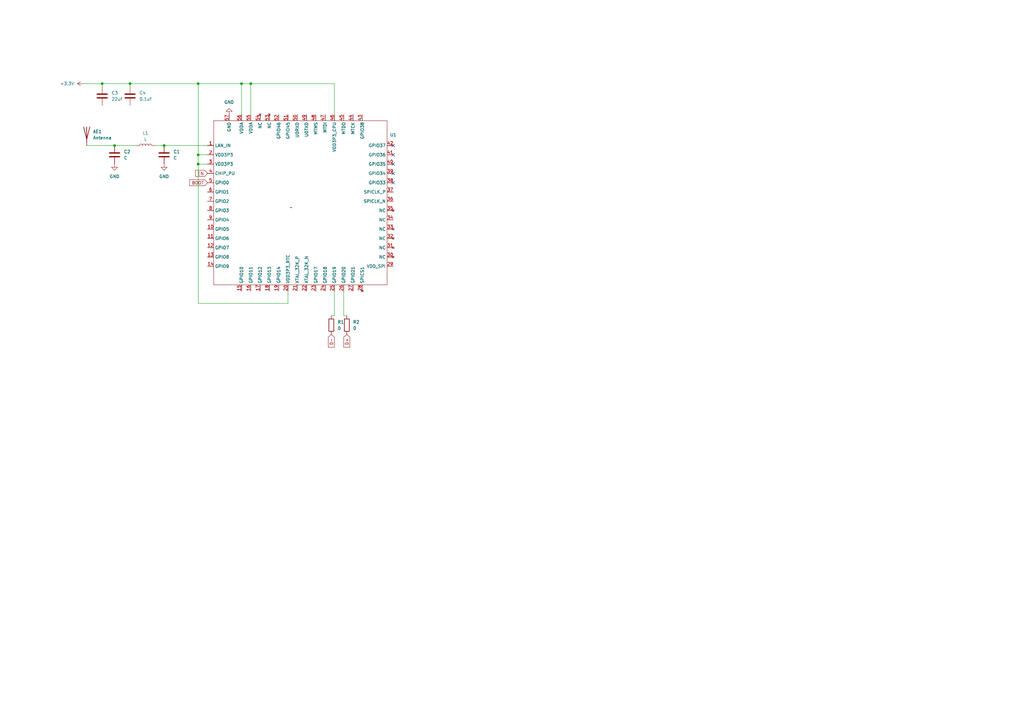
<source format=kicad_sch>
(kicad_sch (version 20230121) (generator eeschema)
  (paper "A3")
  (lib_symbols
    (symbol "BLab:ESP32-S3-PICO-1"
      (property "Reference" "U" (at 0 0 0))
      (symbol "ESP32-S3-PICO-1_0_1"
        (rectangle (start -31.75 35.56) (end 39.37 -31.75))
      )
      (symbol "ESP32-S3-PICO-1_1_1"
        (pin passive line (at -34.29 25.4 0) (length 2.54) (name "LAN_IN") (number "1"))
        (pin passive line (at -34.29 -8.89 0) (length 2.54) (name "GPIO5") (number "10"))
        (pin passive line (at -34.29 -12.7 0) (length 2.54) (name "GPIO6") (number "11"))
        (pin passive line (at -34.29 -16.51 0) (length 2.54) (name "GPIO7") (number "12"))
        (pin passive line (at -34.29 -20.32 0) (length 2.54) (name "GPIO8") (number "13"))
        (pin passive line (at -34.29 -24.13 0) (length 2.54) (name "GPIO9") (number "14"))
        (pin passive line (at -20.32 -34.29 90) (length 2.54) (name "GPIO10") (number "15"))
        (pin passive line (at -16.51 -34.29 90) (length 2.54) (name "GPIO11") (number "16"))
        (pin passive line (at -12.7 -34.29 90) (length 2.54) (name "GPIO12") (number "17"))
        (pin passive line (at -8.89 -34.29 90) (length 2.54) (name "GPIO13") (number "18"))
        (pin passive line (at -5.08 -34.29 90) (length 2.54) (name "GPIO14") (number "19"))
        (pin passive line (at -34.29 21.59 0) (length 2.54) (name "VDD3P3") (number "2"))
        (pin passive line (at -1.27 -34.29 90) (length 2.54) (name "VDD3P3_RTC") (number "20"))
        (pin passive line (at 2.54 -34.29 90) (length 2.54) (name "XTAL_32K_P") (number "21"))
        (pin passive line (at 6.35 -34.29 90) (length 2.54) (name "XTAL_32K_N") (number "22"))
        (pin passive line (at 10.16 -34.29 90) (length 2.54) (name "GPIO17") (number "23"))
        (pin passive line (at 13.97 -34.29 90) (length 2.54) (name "GPIO18") (number "24"))
        (pin passive line (at 17.78 -34.29 90) (length 2.54) (name "GPIO19") (number "25"))
        (pin passive line (at 21.59 -34.29 90) (length 2.54) (name "GPIO20") (number "26"))
        (pin passive line (at 25.4 -34.29 90) (length 2.54) (name "GPIO21") (number "27"))
        (pin no_connect line (at 29.21 -34.29 90) (length 2.54) (name "SPICS1") (number "28"))
        (pin passive line (at 41.91 -24.13 180) (length 2.54) (name "VDD_SPI") (number "29"))
        (pin passive line (at -34.29 17.78 0) (length 2.54) (name "VDD3P3") (number "3"))
        (pin no_connect line (at 41.91 -20.32 180) (length 2.54) (name "NC") (number "30"))
        (pin no_connect line (at 41.91 -16.51 180) (length 2.54) (name "NC") (number "31"))
        (pin no_connect line (at 41.91 -12.7 180) (length 2.54) (name "NC") (number "32"))
        (pin no_connect line (at 41.91 -8.89 180) (length 2.54) (name "NC") (number "33"))
        (pin passive line (at 41.91 -5.08 180) (length 2.54) (name "NC") (number "34"))
        (pin no_connect line (at 41.91 -1.27 180) (length 2.54) (name "NC") (number "35"))
        (pin passive line (at 41.91 2.54 180) (length 2.54) (name "SPICLK_N") (number "36"))
        (pin passive line (at 41.91 6.35 180) (length 2.54) (name "SPICLK_P") (number "37"))
        (pin passive line (at 41.91 10.16 180) (length 2.54) (name "GPIO33") (number "38"))
        (pin passive line (at 41.91 13.97 180) (length 2.54) (name "GPIO34") (number "39"))
        (pin passive line (at -34.29 13.97 0) (length 2.54) (name "CHIP_PU") (number "4"))
        (pin passive line (at 41.91 17.78 180) (length 2.54) (name "GPIO35") (number "40"))
        (pin passive line (at 41.91 21.59 180) (length 2.54) (name "GPIO36") (number "41"))
        (pin passive line (at 41.91 25.4 180) (length 2.54) (name "GPIO37") (number "42"))
        (pin passive line (at 29.21 38.1 270) (length 2.54) (name "GPIO38") (number "43"))
        (pin passive line (at 25.4 38.1 270) (length 2.54) (name "MTCK") (number "44"))
        (pin passive line (at 21.59 38.1 270) (length 2.54) (name "MTDO") (number "45"))
        (pin passive line (at 17.78 38.1 270) (length 2.54) (name "VDD3P3_CPU") (number "46"))
        (pin passive line (at 13.97 38.1 270) (length 2.54) (name "MTDI") (number "47"))
        (pin passive line (at 10.16 38.1 270) (length 2.54) (name "MTMS") (number "48"))
        (pin passive line (at 6.35 38.1 270) (length 2.54) (name "U0TXD") (number "49"))
        (pin passive line (at -34.29 10.16 0) (length 2.54) (name "GPIO0") (number "5"))
        (pin passive line (at 2.54 38.1 270) (length 2.54) (name "U0RXD") (number "50"))
        (pin passive line (at -1.27 38.1 270) (length 2.54) (name "GPIO45") (number "51"))
        (pin passive line (at -5.08 38.1 270) (length 2.54) (name "GPIO46") (number "52"))
        (pin no_connect line (at -8.89 38.1 270) (length 2.54) (name "NC") (number "53"))
        (pin no_connect line (at -12.7 38.1 270) (length 2.54) (name "NC") (number "54"))
        (pin passive line (at -16.51 38.1 270) (length 2.54) (name "VDDA") (number "55"))
        (pin passive line (at -20.32 38.1 270) (length 2.54) (name "VDDA") (number "56"))
        (pin passive line (at -25.4 38.1 270) (length 2.54) (name "GND") (number "57"))
        (pin passive line (at -34.29 6.35 0) (length 2.54) (name "GPIO1") (number "6"))
        (pin passive line (at -34.29 2.54 0) (length 2.54) (name "GPIO2") (number "7"))
        (pin passive line (at -34.29 -1.27 0) (length 2.54) (name "GPIO3") (number "8"))
        (pin passive line (at -34.29 -5.08 0) (length 2.54) (name "GPIO4") (number "9"))
      )
    )
    (symbol "Device:Antenna" (pin_numbers hide) (pin_names (offset 1.016) hide)
      (property "Reference" "AE" (at -1.905 1.905 0))
      (property "Value" "Antenna" (at -1.905 0 0))
      (symbol "Antenna_0_1"
        (polyline (pts (xy 0 2.54) (xy 0 -3.81)) (stroke (width 0.254)))
        (polyline (pts (xy 1.27 2.54) (xy 0 -2.54) (xy -1.27 2.54)) (stroke (width 0.254)))
      )
      (symbol "Antenna_1_1"
        (pin input line (at 0 -5.08 90) (length 2.54) (name "A") (number "1"))
      )
    )
    (symbol "Device:C" (pin_numbers hide) (pin_names (offset 0.254))
      (property "Reference" "C" (at 0.635 2.54 0))
      (property "Value" "C" (at 0.635 -2.54 0))
      (symbol "C_0_1"
        (polyline (pts (xy -2.032 -0.762) (xy 2.032 -0.762)) (stroke (width 0.508)))
        (polyline (pts (xy -2.032 0.762) (xy 2.032 0.762)) (stroke (width 0.508)))
      )
      (symbol "C_1_1"
        (pin passive line (at 0 3.81 270) (length 2.794) (name "~") (number "1"))
        (pin passive line (at 0 -3.81 90) (length 2.794) (name "~") (number "2"))
      )
    )
    (symbol "Device:L" (pin_numbers hide) (pin_names (offset 1.016) hide)
      (property "Reference" "L" (at -1.27 0 90))
      (property "Value" "L" (at 1.905 0 90))
      (symbol "L_0_1"
        (arc (start 0 -2.54) (mid 0.6323 -1.905) (end 0 -1.27))
        (arc (start 0 -1.27) (mid 0.6323 -0.635) (end 0 0))
        (arc (start 0 0) (mid 0.6323 0.635) (end 0 1.27))
        (arc (start 0 1.27) (mid 0.6323 1.905) (end 0 2.54))
      )
      (symbol "L_1_1"
        (pin passive line (at 0 3.81 270) (length 1.27) (name "1") (number "1"))
        (pin passive line (at 0 -3.81 90) (length 1.27) (name "2") (number "2"))
      )
    )
    (symbol "Device:R" (pin_numbers hide) (pin_names (offset 0))
      (property "Reference" "R" (at 2.032 0 90))
      (property "Value" "R" (at 0 0 90))
      (symbol "R_0_1"
        (rectangle (start -1.016 -2.54) (end 1.016 2.54) (stroke (width 0.254)))
      )
      (symbol "R_1_1"
        (pin passive line (at 0 3.81 270) (length 1.27) (name "~") (number "1"))
        (pin passive line (at 0 -3.81 90) (length 1.27) (name "~") (number "2"))
      )
    )
    (symbol "power:+3.3V" (power) (pin_names (offset 0))
      (property "Value" "+3.3V" (at 0 3.556 0))
      (symbol "+3.3V_0_1"
        (polyline (pts (xy -0.762 1.27) (xy 0 2.54)))
        (polyline (pts (xy 0 0) (xy 0 2.54)))
        (polyline (pts (xy 0 2.54) (xy 0.762 1.27)))
      )
      (symbol "+3.3V_1_1"
        (pin power_in line (at 0 0 90) (length 0) hide (name "+3.3V") (number "1"))
      )
    )
    (symbol "power:GND" (power) (pin_names (offset 0))
      (property "Value" "GND" (at 0 -3.81 0))
      (symbol "GND_0_1"
        (polyline (pts (xy 0 0) (xy 0 -1.27) (xy 1.27 -1.27) (xy 0 -2.54) (xy -1.27 -1.27) (xy 0 -1.27)))
      )
      (symbol "GND_1_1"
        (pin power_in line (at 0 0 270) (length 0) hide (name "GND") (number "1"))
      )
    )
  )
  (junction (at 81.28 34.29))
  (junction (at 41.91 34.29))
  (junction (at 46.99 59.69))
  (junction (at 67.31 59.69))
  (junction (at 53.34 34.29))
  (junction (at 81.28 67.31))
  (junction (at 102.87 34.29))
  (junction (at 99.06 34.29))
  (junction (at 81.28 63.5))
  (no_connect (at 161.29 59.69))
  (no_connect (at 161.29 71.12))
  (no_connect (at 161.29 67.31))
  (no_connect (at 161.29 74.93))
  (no_connect (at 161.29 63.5))
  (wire (pts (xy 85.09 67.31) (xy 81.28 67.31)))
  (wire (pts (xy 99.06 34.29) (xy 99.06 46.99)))
  (wire (pts (xy 46.99 59.69) (xy 55.88 59.69)))
  (wire (pts (xy 81.28 34.29) (xy 99.06 34.29)))
  (wire (pts (xy 102.87 34.29) (xy 99.06 34.29)))
  (wire (pts (xy 63.5 59.69) (xy 67.31 59.69)))
  (wire (pts (xy 102.87 46.99) (xy 102.87 34.29)))
  (wire (pts (xy 53.34 34.29) (xy 81.28 34.29)))
  (wire (pts (xy 137.16 34.29) (xy 102.87 34.29)))
  (wire (pts (xy 67.31 59.69) (xy 85.09 59.69)))
  (wire (pts (xy 41.91 34.29) (xy 53.34 34.29)))
  (wire (pts (xy 81.28 124.46) (xy 118.11 124.46)))
  (wire (pts (xy 41.91 34.29) (xy 41.91 35.56)))
  (wire (pts (xy 35.56 59.69) (xy 46.99 59.69)))
  (wire (pts (xy 81.28 63.5) (xy 85.09 63.5)))
  (wire (pts (xy 118.11 124.46) (xy 118.11 119.38)))
  (wire (pts (xy 81.28 34.29) (xy 81.28 63.5)))
  (wire (pts (xy 53.34 34.29) (xy 53.34 35.56)))
  (wire (pts (xy 140.97 119.38) (xy 140.97 129.54)))
  (wire (pts (xy 81.28 67.31) (xy 81.28 63.5)))
  (wire (pts (xy 137.16 129.54) (xy 135.89 129.54)))
  (wire (pts (xy 137.16 46.99) (xy 137.16 34.29)))
  (wire (pts (xy 81.28 67.31) (xy 81.28 124.46)))
  (wire (pts (xy 34.29 34.29) (xy 41.91 34.29)))
  (wire (pts (xy 140.97 129.54) (xy 142.24 129.54)))
  (wire (pts (xy 137.16 119.38) (xy 137.16 129.54)))
  (global_label "D+" (shape input) (at 142.24 137.16 270) (property "Intersheetrefs" "${INTERSHEET_REFS}" (effects hide)))
  (global_label "D-" (shape input) (at 135.89 137.16 270) (property "Intersheetrefs" "${INTERSHEET_REFS}" (effects hide)))
  (global_label "BOOT" (shape input) (at 85.09 74.93 180) (property "Intersheetrefs" "${INTERSHEET_REFS}" (effects hide)))
  (global_label "EN" (shape input) (at 85.09 71.12 180) (property "Intersheetrefs" "${INTERSHEET_REFS}" (effects hide)))
  (symbol (lib_id "Device:L") (at 59.69 59.69 90) (unit 1)
    (property "Reference" "L1" (at 59.69 54.61 90))
    (property "Value" "L" (at 59.69 57.15 90))
  )
  (symbol (lib_id "Device:C") (at 53.34 39.37 0) (unit 1)
    (property "Reference" "C4" (at 57.15 38.1 0) (effects (justify left)))
    (property "Value" "0.1uf" (at 57.15 40.64 0) (effects (justify left)))
  )
  (symbol (lib_id "Device:Antenna") (at 35.56 54.61 0) (unit 1)
    (property "Reference" "AE1" (at 38.1 53.975 0) (effects (justify left)))
    (property "Value" "Antenna" (at 38.1 56.515 0) (effects (justify left)))
  )
  (symbol (lib_id "Device:C") (at 41.91 39.37 0) (unit 1)
    (property "Reference" "C3" (at 45.72 38.1 0) (effects (justify left)))
    (property "Value" "22uf" (at 45.72 40.64 0) (effects (justify left)))
  )
  (symbol (lib_id "power:+3.3V") (at 34.29 34.29 90) (unit 1)
    (property "Reference" "#PWR04" (effects hide))
    (property "Value" "+3.3V" (at 30.48 34.29 90) (effects (justify left)))
  )
  (symbol (lib_id "Device:C") (at 46.99 63.5 0) (unit 1)
    (property "Reference" "C2" (at 50.8 62.23 0) (effects (justify left)))
    (property "Value" "C" (at 50.8 64.77 0) (effects (justify left)))
  )
  (symbol (lib_id "power:GND") (at 93.98 46.99 180) (unit 1)
    (property "Reference" "#PWR03" (effects hide))
    (property "Value" "GND" (at 93.98 41.91 0))
  )
  (symbol (lib_id "Device:R") (at 142.24 133.35 0) (unit 1)
    (property "Reference" "R2" (at 144.78 132.08 0) (effects (justify left)))
    (property "Value" "0" (at 144.78 134.62 0) (effects (justify left)))
  )
  (symbol (lib_id "Device:C") (at 67.31 63.5 0) (unit 1)
    (property "Reference" "C1" (at 71.12 62.23 0) (effects (justify left)))
    (property "Value" "C" (at 71.12 64.77 0) (effects (justify left)))
  )
  (symbol (lib_id "Device:R") (at 135.89 133.35 0) (unit 1)
    (property "Reference" "R1" (at 138.43 132.08 0) (effects (justify left)))
    (property "Value" "0" (at 138.43 134.62 0) (effects (justify left)))
  )
  (symbol (lib_id "BLab:ESP32-S3-PICO-1") (at 119.38 85.09 0) (unit 1)
    (property "Reference" "U1" (at 161.29 55.3019 0))
    (property "Value" "~" (at 119.38 85.09 0))
    (property "Footprint" "BLab:PQFN40P700X700X106-57N" (effects hide))
  )
  (symbol (lib_id "power:GND") (at 46.99 67.31 0) (unit 1)
    (property "Reference" "#PWR01" (effects hide))
    (property "Value" "GND" (at 46.99 72.39 0))
  )
  (symbol (lib_id "power:GND") (at 67.31 67.31 0) (unit 1)
    (property "Reference" "#PWR02" (effects hide))
    (property "Value" "GND" (at 67.31 72.39 0))
  )
)
</source>
